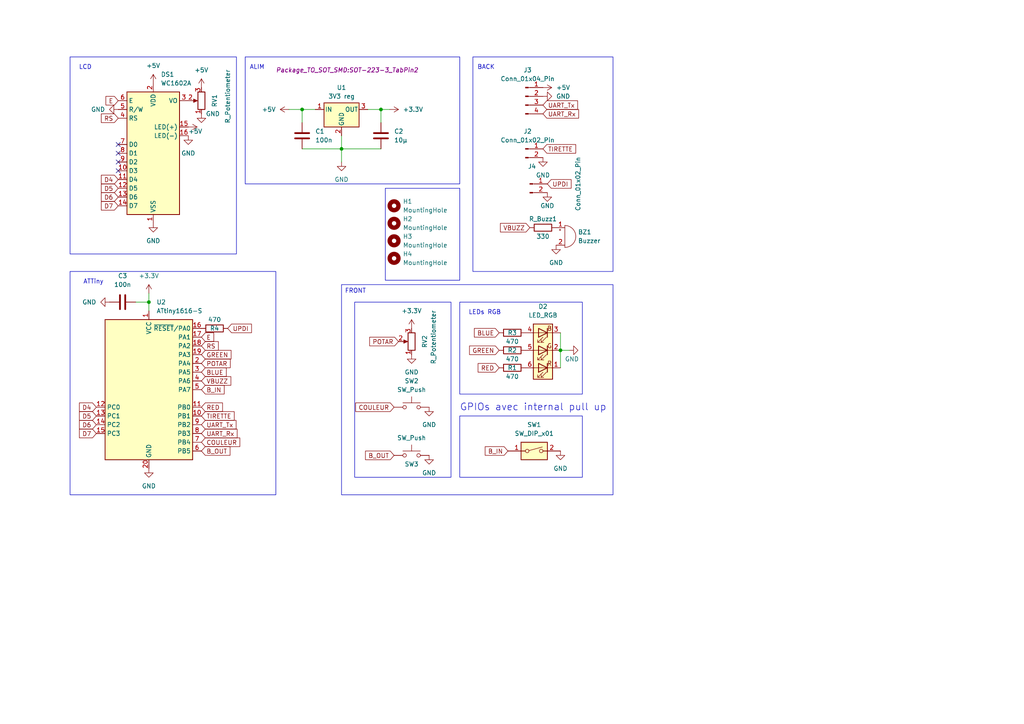
<source format=kicad_sch>
(kicad_sch (version 20231120) (generator "eeschema") (generator_version "8.0")
  (paper "A4")
  (lib_symbols
    (symbol "Connector:Conn_01x02_Pin" (pin_names (offset 1.016) hide)
      (property "Reference" "J" (at 0 2.54 0))
      (property "Value" "Conn_01x02_Pin" (at 0 -5.08 0))
      (symbol "Conn_01x02_Pin_1_1"
        (polyline (pts (xy 1.27 -2.54) (xy 0.8636 -2.54)) (stroke (width 0.1524)))
        (polyline (pts (xy 1.27 0) (xy 0.8636 0)) (stroke (width 0.1524)))
        (rectangle (start 0.8636 -2.413) (end 0 -2.667) (stroke (width 0.1524)) (fill (type outline)))
        (rectangle (start 0.8636 0.127) (end 0 -0.127) (stroke (width 0.1524)) (fill (type outline)))
        (pin passive line (at 5.08 0 180) (length 3.81) (name "Pin_1") (number "1"))
        (pin passive line (at 5.08 -2.54 180) (length 3.81) (name "Pin_2") (number "2"))
      )
    )
    (symbol "Connector:Conn_01x04_Pin" (pin_names (offset 1.016) hide)
      (property "Reference" "J" (at 0 5.08 0))
      (property "Value" "Conn_01x04_Pin" (at 0 -7.62 0))
      (symbol "Conn_01x04_Pin_1_1"
        (polyline (pts (xy 1.27 -5.08) (xy 0.8636 -5.08)) (stroke (width 0.1524)))
        (polyline (pts (xy 1.27 -2.54) (xy 0.8636 -2.54)) (stroke (width 0.1524)))
        (polyline (pts (xy 1.27 0) (xy 0.8636 0)) (stroke (width 0.1524)))
        (polyline (pts (xy 1.27 2.54) (xy 0.8636 2.54)) (stroke (width 0.1524)))
        (rectangle (start 0.8636 -4.953) (end 0 -5.207) (stroke (width 0.1524)) (fill (type outline)))
        (rectangle (start 0.8636 -2.413) (end 0 -2.667) (stroke (width 0.1524)) (fill (type outline)))
        (rectangle (start 0.8636 0.127) (end 0 -0.127) (stroke (width 0.1524)) (fill (type outline)))
        (rectangle (start 0.8636 2.667) (end 0 2.413) (stroke (width 0.1524)) (fill (type outline)))
        (pin passive line (at 5.08 2.54 180) (length 3.81) (name "Pin_1") (number "1"))
        (pin passive line (at 5.08 0 180) (length 3.81) (name "Pin_2") (number "2"))
        (pin passive line (at 5.08 -2.54 180) (length 3.81) (name "Pin_3") (number "3"))
        (pin passive line (at 5.08 -5.08 180) (length 3.81) (name "Pin_4") (number "4"))
      )
    )
    (symbol "Device:Buzzer" (pin_names (offset 0.0254) hide)
      (property "Reference" "BZ" (at 3.81 1.27 0))
      (property "Value" "Buzzer" (at 3.81 -1.27 0))
      (symbol "Buzzer_0_1"
        (arc (start 0 -3.175) (mid 3.1612 0) (end 0 3.175))
        (polyline (pts (xy -1.651 1.905) (xy -1.143 1.905)))
        (polyline (pts (xy -1.397 2.159) (xy -1.397 1.651)))
        (polyline (pts (xy 0 3.175) (xy 0 -3.175)))
      )
      (symbol "Buzzer_1_1"
        (pin passive line (at -2.54 2.54 0) (length 2.54) (name "-") (number "1"))
        (pin passive line (at -2.54 -2.54 0) (length 2.54) (name "+") (number "2"))
      )
    )
    (symbol "Device:C" (pin_numbers hide) (pin_names (offset 0.254))
      (property "Reference" "C" (at 0.635 2.54 0))
      (property "Value" "C" (at 0.635 -2.54 0))
      (symbol "C_0_1"
        (polyline (pts (xy -2.032 -0.762) (xy 2.032 -0.762)) (stroke (width 0.508)))
        (polyline (pts (xy -2.032 0.762) (xy 2.032 0.762)) (stroke (width 0.508)))
      )
      (symbol "C_1_1"
        (pin passive line (at 0 3.81 270) (length 2.794) (name "~") (number "1"))
        (pin passive line (at 0 -3.81 90) (length 2.794) (name "~") (number "2"))
      )
    )
    (symbol "Device:LED_RGB" (pin_names (offset 0) hide)
      (property "Reference" "D" (at 0 9.398 0))
      (property "Value" "LED_RGB" (at 0 -8.89 0))
      (symbol "LED_RGB_0_0"
        (text "B" (at -1.905 -6.35 0) (effects (font (size 1.27 1.27))))
        (text "G" (at -1.905 -1.27 0) (effects (font (size 1.27 1.27))))
        (text "R" (at -1.905 3.81 0) (effects (font (size 1.27 1.27))))
      )
      (symbol "LED_RGB_0_1"
        (polyline (pts (xy -1.27 -5.08) (xy -2.54 -5.08)))
        (polyline (pts (xy -1.27 -5.08) (xy 1.27 -5.08)))
        (polyline (pts (xy -1.27 -3.81) (xy -1.27 -6.35)) (stroke (width 0.254)))
        (polyline (pts (xy -1.27 0) (xy -2.54 0)))
        (polyline (pts (xy -1.27 1.27) (xy -1.27 -1.27)) (stroke (width 0.254)))
        (polyline (pts (xy -1.27 5.08) (xy -2.54 5.08)))
        (polyline (pts (xy -1.27 5.08) (xy 1.27 5.08)))
        (polyline (pts (xy -1.27 6.35) (xy -1.27 3.81)) (stroke (width 0.254)))
        (polyline (pts (xy 1.27 -5.08) (xy 2.54 -5.08)))
        (polyline (pts (xy 1.27 0) (xy -1.27 0)))
        (polyline (pts (xy 1.27 0) (xy 2.54 0)))
        (polyline (pts (xy 1.27 5.08) (xy 2.54 5.08)))
        (polyline (pts (xy -1.27 1.27) (xy -1.27 -1.27) (xy -1.27 -1.27)))
        (polyline (pts (xy -1.27 6.35) (xy -1.27 3.81) (xy -1.27 3.81)))
        (polyline (pts (xy 1.27 -3.81) (xy 1.27 -6.35) (xy -1.27 -5.08) (xy 1.27 -3.81)) (stroke (width 0.254)))
        (polyline (pts (xy 1.27 1.27) (xy 1.27 -1.27) (xy -1.27 0) (xy 1.27 1.27)) (stroke (width 0.254)))
        (polyline (pts (xy 1.27 6.35) (xy 1.27 3.81) (xy -1.27 5.08) (xy 1.27 6.35)) (stroke (width 0.254)))
        (polyline (pts (xy -1.016 -3.81) (xy 0.508 -2.286) (xy -0.254 -2.286) (xy 0.508 -2.286) (xy 0.508 -3.048)))
        (polyline (pts (xy -1.016 1.27) (xy 0.508 2.794) (xy -0.254 2.794) (xy 0.508 2.794) (xy 0.508 2.032)))
        (polyline (pts (xy -1.016 6.35) (xy 0.508 7.874) (xy -0.254 7.874) (xy 0.508 7.874) (xy 0.508 7.112)))
        (polyline (pts (xy 0 -3.81) (xy 1.524 -2.286) (xy 0.762 -2.286) (xy 1.524 -2.286) (xy 1.524 -3.048)))
        (polyline (pts (xy 0 1.27) (xy 1.524 2.794) (xy 0.762 2.794) (xy 1.524 2.794) (xy 1.524 2.032)))
        (polyline (pts (xy 0 6.35) (xy 1.524 7.874) (xy 0.762 7.874) (xy 1.524 7.874) (xy 1.524 7.112)))
        (rectangle (start 1.27 -1.27) (end 1.27 1.27))
        (rectangle (start 1.27 1.27) (end 1.27 1.27))
        (rectangle (start 1.27 3.81) (end 1.27 6.35))
        (rectangle (start 1.27 6.35) (end 1.27 6.35))
        (rectangle (start 2.794 8.382) (end -2.794 -7.62) (stroke (width 0.254)) (fill (type background)))
      )
      (symbol "LED_RGB_1_1"
        (pin passive line (at -5.08 5.08 0) (length 2.54) (name "RK") (number "1"))
        (pin passive line (at -5.08 0 0) (length 2.54) (name "GK") (number "2"))
        (pin passive line (at -5.08 -5.08 0) (length 2.54) (name "BK") (number "3"))
        (pin passive line (at 5.08 -5.08 180) (length 2.54) (name "BA") (number "4"))
        (pin passive line (at 5.08 0 180) (length 2.54) (name "GA") (number "5"))
        (pin passive line (at 5.08 5.08 180) (length 2.54) (name "RA") (number "6"))
      )
    )
    (symbol "Device:R" (pin_numbers hide) (pin_names (offset 0))
      (property "Reference" "R" (at 2.032 0 90))
      (property "Value" "R" (at 0 0 90))
      (symbol "R_0_1"
        (rectangle (start -1.016 -2.54) (end 1.016 2.54) (stroke (width 0.254)))
      )
      (symbol "R_1_1"
        (pin passive line (at 0 3.81 270) (length 1.27) (name "~") (number "1"))
        (pin passive line (at 0 -3.81 90) (length 1.27) (name "~") (number "2"))
      )
    )
    (symbol "Device:R_Potentiometer" (pin_names (offset 1.016) hide)
      (property "Reference" "RV" (at -4.445 0 90))
      (property "Value" "R_Potentiometer" (at -2.54 0 90))
      (symbol "R_Potentiometer_0_1"
        (polyline (pts (xy 2.54 0) (xy 1.524 0)))
        (polyline (pts (xy 1.143 0) (xy 2.286 0.508) (xy 2.286 -0.508) (xy 1.143 0)) (fill (type outline)))
        (rectangle (start 1.016 2.54) (end -1.016 -2.54) (stroke (width 0.254)))
      )
      (symbol "R_Potentiometer_1_1"
        (pin passive line (at 0 3.81 270) (length 1.27) (name "1") (number "1"))
        (pin passive line (at 3.81 0 180) (length 1.27) (name "2") (number "2"))
        (pin passive line (at 0 -3.81 90) (length 1.27) (name "3") (number "3"))
      )
    )
    (symbol "Display_Character:WC1602A"
      (property "Reference" "DS" (at -5.842 19.05 0))
      (property "Value" "WC1602A" (at 5.334 19.05 0))
      (symbol "WC1602A_1_1"
        (rectangle (start -7.62 17.78) (end 7.62 -17.78) (stroke (width 0.254)) (fill (type background)))
        (pin power_in line (at 0 -20.32 90) (length 2.54) (name "VSS") (number "1"))
        (pin input line (at -10.16 -5.08 0) (length 2.54) (name "D3") (number "10"))
        (pin input line (at -10.16 -7.62 0) (length 2.54) (name "D4") (number "11"))
        (pin input line (at -10.16 -10.16 0) (length 2.54) (name "D5") (number "12"))
        (pin input line (at -10.16 -12.7 0) (length 2.54) (name "D6") (number "13"))
        (pin input line (at -10.16 -15.24 0) (length 2.54) (name "D7") (number "14"))
        (pin power_in line (at 10.16 7.62 180) (length 2.54) (name "LED(+)") (number "15"))
        (pin power_in line (at 10.16 5.08 180) (length 2.54) (name "LED(-)") (number "16"))
        (pin power_in line (at 0 20.32 270) (length 2.54) (name "VDD") (number "2"))
        (pin input line (at 10.16 15.24 180) (length 2.54) (name "VO") (number "3"))
        (pin input line (at -10.16 10.16 0) (length 2.54) (name "RS") (number "4"))
        (pin input line (at -10.16 12.7 0) (length 2.54) (name "R/W") (number "5"))
        (pin input line (at -10.16 15.24 0) (length 2.54) (name "E") (number "6"))
        (pin input line (at -10.16 2.54 0) (length 2.54) (name "D0") (number "7"))
        (pin input line (at -10.16 0 0) (length 2.54) (name "D1") (number "8"))
        (pin input line (at -10.16 -2.54 0) (length 2.54) (name "D2") (number "9"))
      )
    )
    (symbol "MCU_Microchip_ATtiny:ATtiny1616-S"
      (property "Reference" "U" (at -12.7 21.59 0))
      (property "Value" "ATtiny1616-S" (at 2.54 -21.59 0))
      (symbol "ATtiny1616-S_0_1"
        (rectangle (start -12.7 -20.32) (end 12.7 20.32) (stroke (width 0.254)) (fill (type background)))
      )
      (symbol "ATtiny1616-S_1_1"
        (pin power_in line (at 0 22.86 270) (length 2.54) (name "VCC") (number "1"))
        (pin bidirectional line (at 15.24 -7.62 180) (length 2.54) (name "PB1") (number "10"))
        (pin bidirectional line (at 15.24 -5.08 180) (length 2.54) (name "PB0") (number "11"))
        (pin bidirectional line (at -15.24 -5.08 0) (length 2.54) (name "PC0") (number "12"))
        (pin bidirectional line (at -15.24 -7.62 0) (length 2.54) (name "PC1") (number "13"))
        (pin bidirectional line (at -15.24 -10.16 0) (length 2.54) (name "PC2") (number "14"))
        (pin bidirectional line (at -15.24 -12.7 0) (length 2.54) (name "PC3") (number "15"))
        (pin bidirectional line (at 15.24 17.78 180) (length 2.54) (name "~{RESET}/PA0") (number "16"))
        (pin bidirectional line (at 15.24 15.24 180) (length 2.54) (name "PA1") (number "17"))
        (pin bidirectional line (at 15.24 12.7 180) (length 2.54) (name "PA2") (number "18"))
        (pin bidirectional line (at 15.24 10.16 180) (length 2.54) (name "PA3") (number "19"))
        (pin bidirectional line (at 15.24 7.62 180) (length 2.54) (name "PA4") (number "2"))
        (pin power_in line (at 0 -22.86 90) (length 2.54) (name "GND") (number "20"))
        (pin bidirectional line (at 15.24 5.08 180) (length 2.54) (name "PA5") (number "3"))
        (pin bidirectional line (at 15.24 2.54 180) (length 2.54) (name "PA6") (number "4"))
        (pin bidirectional line (at 15.24 0 180) (length 2.54) (name "PA7") (number "5"))
        (pin bidirectional line (at 15.24 -17.78 180) (length 2.54) (name "PB5") (number "6"))
        (pin bidirectional line (at 15.24 -15.24 180) (length 2.54) (name "PB4") (number "7"))
        (pin bidirectional line (at 15.24 -12.7 180) (length 2.54) (name "PB3") (number "8"))
        (pin bidirectional line (at 15.24 -10.16 180) (length 2.54) (name "PB2") (number "9"))
      )
    )
    (symbol "Mechanical:MountingHole" (pin_names (offset 1.016)) (exclude_from_sim yes) (in_bom no)
      (property "Reference" "H" (at 0 5.08 0))
      (property "Value" "MountingHole" (at 0 3.175 0))
      (symbol "MountingHole_0_1"
        (circle (center 0 0) (radius 1.27) (stroke (width 1.27)))
      )
    )
    (symbol "Regulator_Switching:R-78E5.0-0.5" (pin_names (offset 0.254))
      (property "Reference" "U" (at -3.81 3.175 0))
      (property "Value" "R-78E5.0-0.5" (at 0 3.175 0))
      (symbol "R-78E5.0-0.5_0_1"
        (rectangle (start -5.08 1.905) (end 5.08 -5.08) (stroke (width 0.254)) (fill (type background)))
      )
      (symbol "R-78E5.0-0.5_1_1"
        (pin power_in line (at -7.62 0 0) (length 2.54) (name "IN") (number "1"))
        (pin power_in line (at 0 -7.62 90) (length 2.54) (name "GND") (number "2"))
        (pin power_out line (at 7.62 0 180) (length 2.54) (name "OUT") (number "3"))
      )
    )
    (symbol "Switch:SW_DIP_x01" (pin_names (offset 0) hide)
      (property "Reference" "SW" (at 0 3.81 0))
      (property "Value" "SW_DIP_x01" (at 0 -3.81 0))
      (symbol "SW_DIP_x01_0_0"
        (circle (center -2.032 0) (radius 0.508))
        (polyline (pts (xy -1.524 0.127) (xy 2.3622 1.1684)))
        (circle (center 2.032 0) (radius 0.508))
      )
      (symbol "SW_DIP_x01_0_1"
        (rectangle (start -3.81 2.54) (end 3.81 -2.54) (stroke (width 0.254)) (fill (type background)))
      )
      (symbol "SW_DIP_x01_1_1"
        (pin passive line (at -7.62 0 0) (length 5.08) (name "~") (number "1"))
        (pin passive line (at 7.62 0 180) (length 5.08) (name "~") (number "2"))
      )
    )
    (symbol "Switch:SW_Push" (pin_numbers hide) (pin_names (offset 1.016) hide)
      (property "Reference" "SW" (at 1.27 2.54 0))
      (property "Value" "SW_Push" (at 0 -1.524 0))
      (symbol "SW_Push_0_1"
        (circle (center -2.032 0) (radius 0.508))
        (polyline (pts (xy 0 1.27) (xy 0 3.048)))
        (polyline (pts (xy 2.54 1.27) (xy -2.54 1.27)))
        (circle (center 2.032 0) (radius 0.508))
        (pin passive line (at -5.08 0 0) (length 2.54) (name "1") (number "1"))
        (pin passive line (at 5.08 0 180) (length 2.54) (name "2") (number "2"))
      )
    )
    (symbol "power:+3.3V" (power) (pin_names (offset 0))
      (property "Value" "+3.3V" (at 0 3.556 0))
      (symbol "+3.3V_0_1"
        (polyline (pts (xy -0.762 1.27) (xy 0 2.54)))
        (polyline (pts (xy 0 0) (xy 0 2.54)))
        (polyline (pts (xy 0 2.54) (xy 0.762 1.27)))
      )
      (symbol "+3.3V_1_1"
        (pin power_in line (at 0 0 90) (length 0) hide (name "+3.3V") (number "1"))
      )
    )
    (symbol "power:+5V" (power) (pin_names (offset 0))
      (property "Value" "+5V" (at 0 3.556 0))
      (symbol "+5V_0_1"
        (polyline (pts (xy -0.762 1.27) (xy 0 2.54)))
        (polyline (pts (xy 0 0) (xy 0 2.54)))
        (polyline (pts (xy 0 2.54) (xy 0.762 1.27)))
      )
      (symbol "+5V_1_1"
        (pin power_in line (at 0 0 90) (length 0) hide (name "+5V") (number "1"))
      )
    )
    (symbol "power:GND" (power) (pin_names (offset 0))
      (property "Value" "GND" (at 0 -3.81 0))
      (symbol "GND_0_1"
        (polyline (pts (xy 0 0) (xy 0 -1.27) (xy 1.27 -1.27) (xy 0 -2.54) (xy -1.27 -1.27) (xy 0 -1.27)))
      )
      (symbol "GND_1_1"
        (pin power_in line (at 0 0 270) (length 0) hide (name "GND") (number "1"))
      )
    )
  )
  (junction (at 110.49 31.75))
  (junction (at 162.56 101.6))
  (junction (at 87.63 31.75))
  (junction (at 99.06 43.18))
  (junction (at 43.18 87.63))
  (no_connect (at 34.29 44.45))
  (no_connect (at 34.29 41.91))
  (no_connect (at 34.29 49.53))
  (no_connect (at 34.29 46.99))
  (wire (pts (xy 110.49 31.75) (xy 113.03 31.75)))
  (wire (pts (xy 87.63 31.75) (xy 91.44 31.75)))
  (wire (pts (xy 162.56 101.6) (xy 162.56 106.68)))
  (wire (pts (xy 39.37 87.63) (xy 43.18 87.63)))
  (wire (pts (xy 99.06 46.99) (xy 99.06 43.18)))
  (wire (pts (xy 110.49 31.75) (xy 110.49 35.56)))
  (wire (pts (xy 43.18 87.63) (xy 43.18 90.17)))
  (wire (pts (xy 106.68 31.75) (xy 110.49 31.75)))
  (wire (pts (xy 43.18 85.09) (xy 43.18 87.63)))
  (wire (pts (xy 87.63 43.18) (xy 99.06 43.18)))
  (wire (pts (xy 99.06 43.18) (xy 99.06 39.37)))
  (wire (pts (xy 162.56 101.6) (xy 165.1 101.6)))
  (wire (pts (xy 162.56 96.52) (xy 162.56 101.6)))
  (wire (pts (xy 87.63 31.75) (xy 87.63 35.56)))
  (wire (pts (xy 99.06 43.18) (xy 110.49 43.18)))
  (wire (pts (xy 83.82 31.75) (xy 87.63 31.75)))
  (rectangle (start 111.76 54.61) (end 133.35 81.28))
  (rectangle (start 20.32 16.51) (end 68.58 73.66))
  (rectangle (start 133.35 120.65) (end 168.91 138.43))
  (rectangle (start 20.32 78.74) (end 80.01 143.51))
  (rectangle (start 137.16 16.51) (end 177.8 78.74))
  (rectangle (start 102.87 87.63) (end 130.81 138.43))
  (rectangle (start 71.12 16.51) (end 133.35 53.34))
  (rectangle (start 133.35 87.63) (end 168.91 114.3))
  (text_box "FRONT" (at 99.06 82.55 0) (size 78.74 60.96) (effects (font (size 1.27 1.27)) (justify left top)))
  (text "LEDs RGB" (at 135.89 91.44 0) (effects (font (size 1.27 1.27)) (justify left bottom)))
  (text "GPIOs avec internal pull up \n" (at 133.35 119.38 0) (effects (font (size 2 2)) (justify left bottom)))
  (text "LCD" (at 22.86 20.32 0) (effects (font (size 1.27 1.27)) (justify left bottom)))
  (text "ATTiny" (at 24.13 82.55 0) (effects (font (size 1.27 1.27)) (justify left bottom)))
  (text "BACK" (at 138.43 20.32 0) (effects (font (size 1.27 1.27)) (justify left bottom)))
  (text "ALIM" (at 72.39 20.32 0) (effects (font (size 1.27 1.27)) (justify left bottom)))
  (global_label "D5" (shape input) (at 34.29 54.61 180) (property "Intersheetrefs" "${INTERSHEET_REFS}" (effects (hide yes))))
  (global_label "RS" (shape input) (at 34.29 34.29 180) (property "Intersheetrefs" "${INTERSHEET_REFS}" (effects (hide yes))))
  (global_label "RS" (shape input) (at 58.42 100.33 0) (property "Intersheetrefs" "${INTERSHEET_REFS}" (effects (hide yes))))
  (global_label "E" (shape input) (at 58.42 97.79 0) (property "Intersheetrefs" "${INTERSHEET_REFS}" (effects (hide yes))))
  (global_label "B_IN" (shape input) (at 147.32 130.81 180) (property "Intersheetrefs" "${INTERSHEET_REFS}" (effects (hide yes))))
  (global_label "POTAR" (shape input) (at 58.42 105.41 0) (property "Intersheetrefs" "${INTERSHEET_REFS}" (effects (hide yes))))
  (global_label "B_OUT" (shape input) (at 114.3 132.08 180) (property "Intersheetrefs" "${INTERSHEET_REFS}" (effects (hide yes))))
  (global_label "B_OUT" (shape input) (at 58.42 130.81 0) (property "Intersheetrefs" "${INTERSHEET_REFS}" (effects (hide yes))))
  (global_label "VBUZZ" (shape input) (at 153.67 66.04 180) (property "Intersheetrefs" "${INTERSHEET_REFS}" (effects (hide yes))))
  (global_label "UPDI" (shape input) (at 158.75 53.34 0) (property "Intersheetrefs" "${INTERSHEET_REFS}" (effects (hide yes))))
  (global_label "D7" (shape input) (at 27.94 125.73 180) (property "Intersheetrefs" "${INTERSHEET_REFS}" (effects (hide yes))))
  (global_label "UART_Tx" (shape input) (at 58.42 123.19 0) (property "Intersheetrefs" "${INTERSHEET_REFS}" (effects (hide yes))))
  (global_label "D7" (shape input) (at 34.29 59.69 180) (property "Intersheetrefs" "${INTERSHEET_REFS}" (effects (hide yes))))
  (global_label "UART_Tx" (shape input) (at 157.48 30.48 0) (property "Intersheetrefs" "${INTERSHEET_REFS}" (effects (hide yes))))
  (global_label "POTAR" (shape input) (at 115.57 99.06 180) (property "Intersheetrefs" "${INTERSHEET_REFS}" (effects (hide yes))))
  (global_label "UART_Rx" (shape input) (at 157.48 33.02 0) (property "Intersheetrefs" "${INTERSHEET_REFS}" (effects (hide yes))))
  (global_label "TIRETTE" (shape input) (at 58.42 120.65 0) (property "Intersheetrefs" "${INTERSHEET_REFS}" (effects (hide yes))))
  (global_label "COULEUR" (shape input) (at 58.42 128.27 0) (property "Intersheetrefs" "${INTERSHEET_REFS}" (effects (hide yes))))
  (global_label "COULEUR" (shape input) (at 114.3 118.11 180) (property "Intersheetrefs" "${INTERSHEET_REFS}" (effects (hide yes))))
  (global_label "D5" (shape input) (at 27.94 120.65 180) (property "Intersheetrefs" "${INTERSHEET_REFS}" (effects (hide yes))))
  (global_label "BLUE" (shape input) (at 144.78 96.52 180) (property "Intersheetrefs" "${INTERSHEET_REFS}" (effects (hide yes))))
  (global_label "UART_Rx" (shape input) (at 58.42 125.73 0) (property "Intersheetrefs" "${INTERSHEET_REFS}" (effects (hide yes))))
  (global_label "RED" (shape input) (at 144.78 106.68 180) (property "Intersheetrefs" "${INTERSHEET_REFS}" (effects (hide yes))))
  (global_label "GREEN" (shape input) (at 58.42 102.87 0) (property "Intersheetrefs" "${INTERSHEET_REFS}" (effects (hide yes))))
  (global_label "GREEN" (shape input) (at 144.78 101.6 180) (property "Intersheetrefs" "${INTERSHEET_REFS}" (effects (hide yes))))
  (global_label "E" (shape input) (at 34.29 29.21 180) (property "Intersheetrefs" "${INTERSHEET_REFS}" (effects (hide yes))))
  (global_label "VBUZZ" (shape input) (at 58.42 110.49 0) (property "Intersheetrefs" "${INTERSHEET_REFS}" (effects (hide yes))))
  (global_label "RED" (shape input) (at 58.42 118.11 0) (property "Intersheetrefs" "${INTERSHEET_REFS}" (effects (hide yes))))
  (global_label "B_IN" (shape input) (at 58.42 113.03 0) (property "Intersheetrefs" "${INTERSHEET_REFS}" (effects (hide yes))))
  (global_label "D4" (shape input) (at 34.29 52.07 180) (property "Intersheetrefs" "${INTERSHEET_REFS}" (effects (hide yes))))
  (global_label "D6" (shape input) (at 34.29 57.15 180) (property "Intersheetrefs" "${INTERSHEET_REFS}" (effects (hide yes))))
  (global_label "BLUE" (shape input) (at 58.42 107.95 0) (property "Intersheetrefs" "${INTERSHEET_REFS}" (effects (hide yes))))
  (global_label "TIRETTE" (shape input) (at 157.48 43.18 0) (property "Intersheetrefs" "${INTERSHEET_REFS}" (effects (hide yes))))
  (global_label "UPDI" (shape input) (at 66.04 95.25 0) (property "Intersheetrefs" "${INTERSHEET_REFS}" (effects (hide yes))))
  (global_label "D6" (shape input) (at 27.94 123.19 180) (property "Intersheetrefs" "${INTERSHEET_REFS}" (effects (hide yes))))
  (global_label "D4" (shape input) (at 27.94 118.11 180) (property "Intersheetrefs" "${INTERSHEET_REFS}" (effects (hide yes))))
  (symbol (lib_id "Device:R") (at 148.59 96.52 90) (unit 1)
    (property "Reference" "R3" (at 148.59 96.52 90))
    (property "Value" "470" (at 148.59 99.06 90))
    (property "Footprint" "Resistor_SMD:R_0603_1608Metric" (effects (hide yes)))
  )
  (symbol (lib_id "Connector:Conn_01x02_Pin") (at 153.67 53.34 0) (unit 1)
    (property "Reference" "J4" (at 154.305 48.26 0))
    (property "Value" "Conn_01x02_Pin" (at 167.64 53.34 90))
    (property "Footprint" "Connector_PinHeader_2.54mm:PinHeader_1x02_P2.54mm_Horizontal" (effects (hide yes)))
  )
  (symbol (lib_id "power:GND") (at 157.48 27.94 90) (unit 1)
    (property "Reference" "#PWR020" (effects (hide yes)))
    (property "Value" "GND" (at 161.29 27.94 90) (effects (justify right)))
  )
  (symbol (lib_id "power:GND") (at 99.06 46.99 0) (unit 1)
    (property "Reference" "#PWR01" (effects (hide yes)))
    (property "Value" "GND" (at 99.06 52.07 0))
  )
  (symbol (lib_id "Mechanical:MountingHole") (at 114.3 59.69 0) (unit 1) (exclude_from_sim yes) (in_bom no)
    (property "Reference" "H1" (at 116.84 58.4199 0) (effects (justify left)))
    (property "Value" "MountingHole" (at 116.84 60.9599 0) (effects (justify left)))
    (property "Footprint" "MountingHole:MountingHole_3.2mm_M3" (effects (hide yes)))
    (property "Description" "Mounting Hole without connection" (effects (hide yes)))
  )
  (symbol (lib_id "power:+3.3V") (at 119.38 95.25 0) (unit 1)
    (property "Reference" "#PWR017" (effects (hide yes)))
    (property "Value" "+3.3V" (at 119.38 90.17 0))
  )
  (symbol (lib_id "power:GND") (at 162.56 130.81 0) (unit 1)
    (property "Reference" "#PWR03" (effects (hide yes)))
    (property "Value" "GND" (at 162.56 135.89 0))
  )
  (symbol (lib_id "Display_Character:WC1602A") (at 44.45 44.45 0) (unit 1)
    (property "Reference" "DS1" (at 46.6441 21.59 0) (effects (justify left)))
    (property "Value" "WC1602A" (at 46.6441 24.13 0) (effects (justify left)))
    (property "Footprint" "Display:WC1602A" (effects (hide yes)))
    (property "Datasheet" "http://www.wincomlcd.com/pdf/WC1602A-SFYLYHTC06.pdf" (effects (hide yes)))
  )
  (symbol (lib_id "Mechanical:MountingHole") (at 114.3 74.93 0) (unit 1) (exclude_from_sim yes) (in_bom no)
    (property "Reference" "H4" (at 116.84 73.6599 0) (effects (justify left)))
    (property "Value" "MountingHole" (at 116.84 76.1999 0) (effects (justify left)))
    (property "Footprint" "MountingHole:MountingHole_3.2mm_M3" (effects (hide yes)))
    (property "Description" "Mounting Hole without connection" (effects (hide yes)))
  )
  (symbol (lib_id "power:GND") (at 124.46 132.08 0) (unit 1)
    (property "Reference" "#PWR022" (effects (hide yes)))
    (property "Value" "GND" (at 124.46 137.16 0))
  )
  (symbol (lib_id "power:GND") (at 124.46 118.11 0) (unit 1)
    (property "Reference" "#PWR04" (effects (hide yes)))
    (property "Value" "GND" (at 124.46 123.19 0))
  )
  (symbol (lib_id "Device:C") (at 110.49 39.37 0) (unit 1)
    (property "Reference" "C2" (at 114.3 38.1 0) (effects (justify left)))
    (property "Value" "10µ" (at 114.3 40.64 0) (effects (justify left)))
    (property "Footprint" "Capacitor_SMD:C_0603_1608Metric" (effects (hide yes)))
  )
  (symbol (lib_id "power:+5V") (at 58.42 25.4 0) (unit 1)
    (property "Reference" "#PWR010" (effects (hide yes)))
    (property "Value" "+5V" (at 58.42 20.32 0))
  )
  (symbol (lib_id "Regulator_Switching:R-78E5.0-0.5") (at 99.06 31.75 0) (unit 1)
    (property "Reference" "U1" (at 99.06 25.4 0))
    (property "Value" "3V3 reg" (at 99.06 27.94 0))
    (property "Footprint" "Package_TO_SOT_SMD:SOT-223-3_TabPin2" (at 80.01 20.32 0) (effects (font (italic yes)) (justify left)))
    (property "Datasheet" "https://docs.rs-online.com/ddd1/0900766b813ed0b7.pdf" (effects (hide yes)))
  )
  (symbol (lib_id "power:GND") (at 58.42 33.02 0) (unit 1)
    (property "Reference" "#PWR09" (effects (hide yes)))
    (property "Value" "GND" (at 59.69 33.02 0) (effects (justify left)))
  )
  (symbol (lib_id "Connector:Conn_01x02_Pin") (at 152.4 43.18 0) (unit 1)
    (property "Reference" "J2" (at 153.035 38.1 0))
    (property "Value" "Conn_01x02_Pin" (at 153.035 40.64 0))
    (property "Footprint" "Connector_PinHeader_2.54mm:PinHeader_1x02_P2.54mm_Horizontal" (effects (hide yes)))
  )
  (symbol (lib_id "MCU_Microchip_ATtiny:ATtiny1616-S") (at 43.18 113.03 0) (unit 1)
    (property "Reference" "U2" (at 45.3741 87.63 0) (effects (justify left)))
    (property "Value" "ATtiny1616-S" (at 45.3741 90.17 0) (effects (justify left)))
    (property "Footprint" "Package_SO:SOIC-20W_7.5x12.8mm_P1.27mm" (effects (hide yes)))
    (property "Datasheet" "http://ww1.microchip.com/downloads/en/DeviceDoc/ATtiny3216_ATtiny1616-data-sheet-40001997B.pdf" (effects (hide yes)))
  )
  (symbol (lib_id "Device:Buzzer") (at 163.83 68.58 0) (unit 1)
    (property "Reference" "BZ1" (at 167.64 67.31 0) (effects (justify left)))
    (property "Value" "Buzzer" (at 167.64 69.85 0) (effects (justify left)))
    (property "Footprint" "Buzzer_Beeper:MagneticBuzzer_ProSignal_ABT-410-RC" (effects (hide yes)))
  )
  (symbol (lib_id "power:GND") (at 157.48 45.72 0) (unit 1)
    (property "Reference" "#PWR05" (effects (hide yes)))
    (property "Value" "GND" (at 157.48 50.8 0))
  )
  (symbol (lib_id "power:GND") (at 43.18 135.89 0) (unit 1)
    (property "Reference" "#PWR015" (effects (hide yes)))
    (property "Value" "GND" (at 43.18 140.97 0))
  )
  (symbol (lib_id "power:+3.3V") (at 43.18 85.09 0) (unit 1)
    (property "Reference" "#PWR016" (effects (hide yes)))
    (property "Value" "+3.3V" (at 43.18 80.01 0))
  )
  (symbol (lib_id "Device:R") (at 148.59 101.6 90) (unit 1)
    (property "Reference" "R2" (at 148.59 101.6 90))
    (property "Value" "470" (at 148.59 104.14 90))
    (property "Footprint" "Resistor_SMD:R_0603_1608Metric" (effects (hide yes)))
  )
  (symbol (lib_id "power:+5V") (at 83.82 31.75 90) (unit 1)
    (property "Reference" "#PWR023" (effects (hide yes)))
    (property "Value" "+5V" (at 80.01 31.75 90) (effects (justify left)))
  )
  (symbol (lib_id "Device:R") (at 148.59 106.68 90) (unit 1)
    (property "Reference" "R1" (at 148.59 106.68 90))
    (property "Value" "470" (at 148.59 109.22 90))
    (property "Footprint" "Resistor_SMD:R_0603_1608Metric" (effects (hide yes)))
  )
  (symbol (lib_id "Connector:Conn_01x04_Pin") (at 152.4 27.94 0) (unit 1)
    (property "Reference" "J3" (at 153.035 20.32 0))
    (property "Value" "Conn_01x04_Pin" (at 153.035 22.86 0))
    (property "Footprint" "Connector_PinHeader_2.54mm:PinHeader_1x04_P2.54mm_Horizontal" (effects (hide yes)))
  )
  (symbol (lib_id "Device:C") (at 35.56 87.63 90) (unit 1)
    (property "Reference" "C3" (at 35.56 80.01 90))
    (property "Value" "100n" (at 35.56 82.55 90))
    (property "Footprint" "Capacitor_SMD:C_0603_1608Metric" (effects (hide yes)))
  )
  (symbol (lib_id "power:+5V") (at 44.45 24.13 0) (unit 1)
    (property "Reference" "#PWR08" (effects (hide yes)))
    (property "Value" "+5V" (at 44.45 19.05 0))
  )
  (symbol (lib_id "power:GND") (at 161.29 71.12 0) (unit 1)
    (property "Reference" "#PWR013" (effects (hide yes)))
    (property "Value" "GND" (at 161.29 76.2 0))
  )
  (symbol (lib_id "power:+5V") (at 157.48 25.4 270) (unit 1)
    (property "Reference" "#PWR021" (effects (hide yes)))
    (property "Value" "+5V" (at 161.29 25.4 90) (effects (justify left)))
  )
  (symbol (lib_id "power:GND") (at 54.61 39.37 0) (unit 1)
    (property "Reference" "#PWR012" (effects (hide yes)))
    (property "Value" "GND" (at 54.61 44.45 0))
  )
  (symbol (lib_id "power:GND") (at 119.38 102.87 0) (unit 1)
    (property "Reference" "#PWR018" (effects (hide yes)))
    (property "Value" "GND" (at 119.38 107.95 0))
  )
  (symbol (lib_id "power:GND") (at 158.75 55.88 0) (unit 1)
    (property "Reference" "#PWR024" (effects (hide yes)))
    (property "Value" "GND" (at 158.75 59.69 0))
  )
  (symbol (lib_id "power:GND") (at 44.45 64.77 0) (unit 1)
    (property "Reference" "#PWR07" (effects (hide yes)))
    (property "Value" "GND" (at 44.45 69.85 0))
  )
  (symbol (lib_id "power:+3.3V") (at 113.03 31.75 270) (unit 1)
    (property "Reference" "#PWR02" (effects (hide yes)))
    (property "Value" "+3.3V" (at 116.84 31.75 90) (effects (justify left)))
  )
  (symbol (lib_id "power:GND") (at 34.29 31.75 270) (unit 1)
    (property "Reference" "#PWR014" (effects (hide yes)))
    (property "Value" "GND" (at 30.48 31.75 90) (effects (justify right)))
  )
  (symbol (lib_id "Mechanical:MountingHole") (at 114.3 69.85 0) (unit 1) (exclude_from_sim yes) (in_bom no)
    (property "Reference" "H3" (at 116.84 68.5799 0) (effects (justify left)))
    (property "Value" "MountingHole" (at 116.84 71.1199 0) (effects (justify left)))
    (property "Footprint" "MountingHole:MountingHole_3.2mm_M3" (effects (hide yes)))
    (property "Description" "Mounting Hole without connection" (effects (hide yes)))
  )
  (symbol (lib_id "Device:R_Potentiometer") (at 119.38 99.06 180) (unit 1)
    (property "Reference" "RV2" (at 123.19 99.06 90))
    (property "Value" "R_Potentiometer" (at 125.73 97.79 90))
    (property "Footprint" "Potentiometer_THT:Potentiometer_Bourns_PTV09A-1_Single_Vertical" (effects (hide yes)))
  )
  (symbol (lib_id "power:+5V") (at 54.61 36.83 270) (unit 1)
    (property "Reference" "#PWR011" (effects (hide yes)))
    (property "Value" "+5V" (at 54.61 38.1 90) (effects (justify left)))
  )
  (symbol (lib_id "power:GND") (at 165.1 101.6 90) (unit 1)
    (property "Reference" "#PWR06" (effects (hide yes)))
    (property "Value" "GND" (at 163.83 104.14 90) (effects (justify right)))
  )
  (symbol (lib_id "power:GND") (at 31.75 87.63 270) (unit 1)
    (property "Reference" "#PWR019" (effects (hide yes)))
    (property "Value" "GND" (at 27.94 87.63 90) (effects (justify right)))
  )
  (symbol (lib_id "Device:LED_RGB") (at 157.48 101.6 180) (unit 1)
    (property "Reference" "D2" (at 157.48 88.9 0))
    (property "Value" "LED_RGB" (at 157.48 91.44 0))
    (property "Footprint" "ENAC_robotique:PLCC6_CLP6C-FKB" (effects (hide yes)))
  )
  (symbol (lib_id "Switch:SW_Push") (at 119.38 118.11 0) (unit 1)
    (property "Reference" "SW2" (at 119.38 110.49 0))
    (property "Value" "SW_Push" (at 119.38 113.03 0))
    (property "Footprint" "ENAC_robotique:SWITCH_DTSM31NV" (effects (hide yes)))
  )
  (symbol (lib_id "Device:R") (at 62.23 95.25 90) (unit 1)
    (property "Reference" "R4" (at 62.23 95.25 90))
    (property "Value" "470" (at 62.23 92.71 90))
    (property "Footprint" "Resistor_SMD:R_0603_1608Metric" (effects (hide yes)))
  )
  (symbol (lib_id "Device:R_Potentiometer") (at 58.42 29.21 180) (unit 1)
    (property "Reference" "RV1" (at 62.23 29.21 90))
    (property "Value" "R_Potentiometer" (at 66.04 27.94 90))
    (property "Footprint" "ENAC_robotique:TS53YL" (effects (hide yes)))
  )
  (symbol (lib_id "Switch:SW_Push") (at 119.38 132.08 0) (unit 1)
    (property "Reference" "SW3" (at 119.38 134.62 0))
    (property "Value" "SW_Push" (at 119.38 127 0))
    (property "Footprint" "ENAC_robotique:SWITCH_DTSM31NV" (effects (hide yes)))
  )
  (symbol (lib_id "Device:C") (at 87.63 39.37 0) (unit 1)
    (property "Reference" "C1" (at 91.44 38.1 0) (effects (justify left)))
    (property "Value" "100n" (at 91.44 40.64 0) (effects (justify left)))
    (property "Footprint" "Capacitor_SMD:C_0603_1608Metric" (effects (hide yes)))
  )
  (symbol (lib_id "Device:R") (at 157.48 66.04 90) (unit 1)
    (property "Reference" "R_Buzz1" (at 157.48 63.5 90))
    (property "Value" "330" (at 157.48 68.58 90))
    (property "Footprint" "Resistor_SMD:R_0603_1608Metric" (effects (hide yes)))
  )
  (symbol (lib_id "Mechanical:MountingHole") (at 114.3 64.77 0) (unit 1) (exclude_from_sim yes) (in_bom no)
    (property "Reference" "H2" (at 116.84 63.4999 0) (effects (justify left)))
    (property "Value" "MountingHole" (at 116.84 66.0399 0) (effects (justify left)))
    (property "Footprint" "MountingHole:MountingHole_3.2mm_M3" (effects (hide yes)))
    (property "Description" "Mounting Hole without connection" (effects (hide yes)))
  )
  (symbol (lib_id "Switch:SW_DIP_x01") (at 154.94 130.81 0) (unit 1)
    (property "Reference" "SW1" (at 154.94 123.19 0))
    (property "Value" "SW_DIP_x01" (at 154.94 125.73 0))
    (property "Footprint" "ENAC_robotique:SWITCH_DTSM31NV" (effects (hide yes)))
  )
)
</source>
